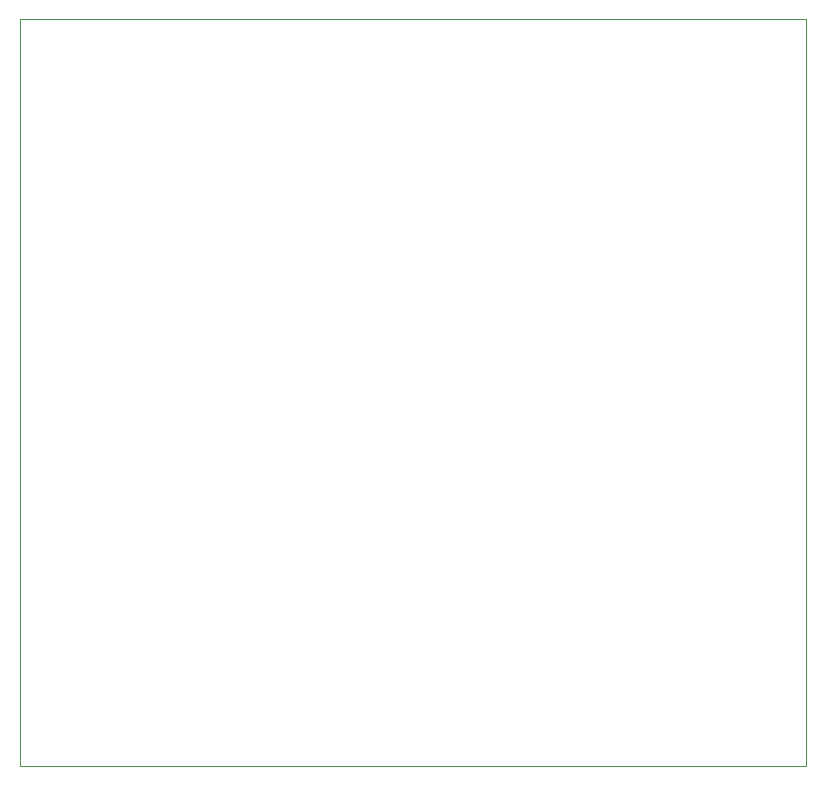
<source format=gm1>
G04 #@! TF.GenerationSoftware,KiCad,Pcbnew,8.0.2*
G04 #@! TF.CreationDate,2024-07-26T13:41:10+02:00*
G04 #@! TF.ProjectId,e07-900m10s-breakout,6530372d-3930-4306-9d31-30732d627265,rev?*
G04 #@! TF.SameCoordinates,Original*
G04 #@! TF.FileFunction,Profile,NP*
%FSLAX46Y46*%
G04 Gerber Fmt 4.6, Leading zero omitted, Abs format (unit mm)*
G04 Created by KiCad (PCBNEW 8.0.2) date 2024-07-26 13:41:10*
%MOMM*%
%LPD*%
G01*
G04 APERTURE LIST*
G04 #@! TA.AperFunction,Profile*
%ADD10C,0.050000*%
G04 #@! TD*
G04 APERTURE END LIST*
D10*
X93218000Y-68834000D02*
X159766000Y-68834000D01*
X159766000Y-132080000D01*
X93218000Y-132080000D01*
X93218000Y-68834000D01*
M02*

</source>
